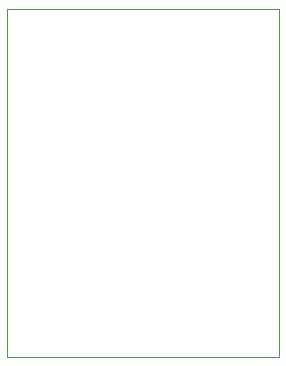
<source format=gm1>
G04 #@! TF.GenerationSoftware,KiCad,Pcbnew,5.1.6-c6e7f7d~87~ubuntu18.04.1*
G04 #@! TF.CreationDate,2021-01-03T20:00:45-05:00*
G04 #@! TF.ProjectId,entropy,656e7472-6f70-4792-9e6b-696361645f70,rev?*
G04 #@! TF.SameCoordinates,Original*
G04 #@! TF.FileFunction,Profile,NP*
%FSLAX46Y46*%
G04 Gerber Fmt 4.6, Leading zero omitted, Abs format (unit mm)*
G04 Created by KiCad (PCBNEW 5.1.6-c6e7f7d~87~ubuntu18.04.1) date 2021-01-03 20:00:45*
%MOMM*%
%LPD*%
G01*
G04 APERTURE LIST*
G04 #@! TA.AperFunction,Profile*
%ADD10C,0.050000*%
G04 #@! TD*
G04 APERTURE END LIST*
D10*
X181500000Y-113000000D02*
X158500000Y-113000000D01*
X181500000Y-142500000D02*
X181500000Y-113000000D01*
X158500000Y-142500000D02*
X181500000Y-142500000D01*
X158500000Y-113000000D02*
X158500000Y-142500000D01*
M02*

</source>
